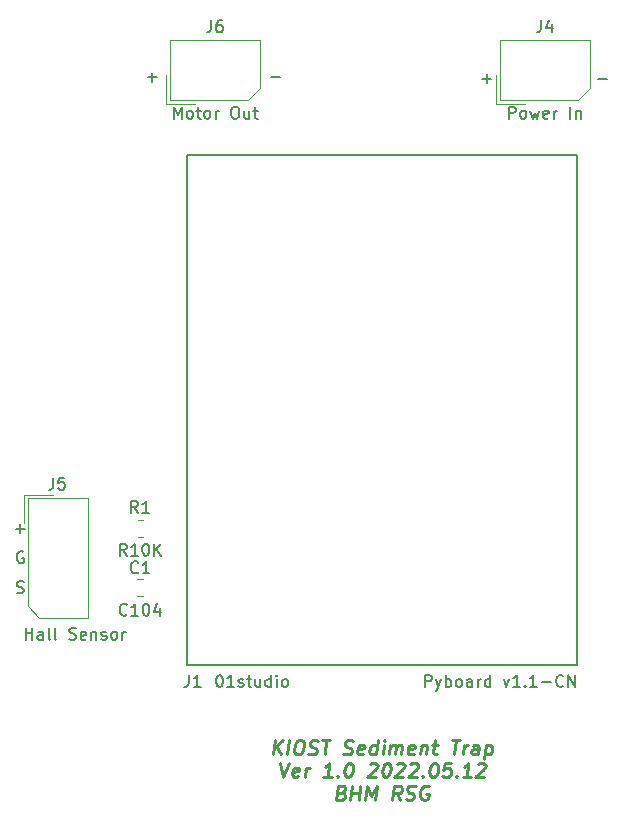
<source format=gbr>
%TF.GenerationSoftware,KiCad,Pcbnew,(6.0.4)*%
%TF.CreationDate,2022-05-12T17:17:44+09:00*%
%TF.ProjectId,0506,30353036-2e6b-4696-9361-645f70636258,rev?*%
%TF.SameCoordinates,Original*%
%TF.FileFunction,Legend,Top*%
%TF.FilePolarity,Positive*%
%FSLAX46Y46*%
G04 Gerber Fmt 4.6, Leading zero omitted, Abs format (unit mm)*
G04 Created by KiCad (PCBNEW (6.0.4)) date 2022-05-12 17:17:44*
%MOMM*%
%LPD*%
G01*
G04 APERTURE LIST*
%ADD10C,0.150000*%
%ADD11C,0.250000*%
%ADD12C,0.120000*%
G04 APERTURE END LIST*
D10*
X119094285Y-99464761D02*
X119237142Y-99512380D01*
X119475238Y-99512380D01*
X119570476Y-99464761D01*
X119618095Y-99417142D01*
X119665714Y-99321904D01*
X119665714Y-99226666D01*
X119618095Y-99131428D01*
X119570476Y-99083809D01*
X119475238Y-99036190D01*
X119284761Y-98988571D01*
X119189523Y-98940952D01*
X119141904Y-98893333D01*
X119094285Y-98798095D01*
X119094285Y-98702857D01*
X119141904Y-98607619D01*
X119189523Y-98560000D01*
X119284761Y-98512380D01*
X119522857Y-98512380D01*
X119665714Y-98560000D01*
X119641904Y-96020000D02*
X119546666Y-95972380D01*
X119403809Y-95972380D01*
X119260952Y-96020000D01*
X119165714Y-96115238D01*
X119118095Y-96210476D01*
X119070476Y-96400952D01*
X119070476Y-96543809D01*
X119118095Y-96734285D01*
X119165714Y-96829523D01*
X119260952Y-96924761D01*
X119403809Y-96972380D01*
X119499047Y-96972380D01*
X119641904Y-96924761D01*
X119689523Y-96877142D01*
X119689523Y-96543809D01*
X119499047Y-96543809D01*
X118999047Y-94051428D02*
X119760952Y-94051428D01*
X119380000Y-94432380D02*
X119380000Y-93670476D01*
X169036952Y-55951428D02*
X168275047Y-55951428D01*
X159257952Y-55951428D02*
X158496047Y-55951428D01*
X158877000Y-56332380D02*
X158877000Y-55570476D01*
X141350952Y-55824428D02*
X140589047Y-55824428D01*
X130936952Y-55824428D02*
X130175047Y-55824428D01*
X130556000Y-56205380D02*
X130556000Y-55443476D01*
X136190476Y-106452380D02*
X136285714Y-106452380D01*
X136380952Y-106500000D01*
X136428571Y-106547619D01*
X136476190Y-106642857D01*
X136523809Y-106833333D01*
X136523809Y-107071428D01*
X136476190Y-107261904D01*
X136428571Y-107357142D01*
X136380952Y-107404761D01*
X136285714Y-107452380D01*
X136190476Y-107452380D01*
X136095238Y-107404761D01*
X136047619Y-107357142D01*
X136000000Y-107261904D01*
X135952380Y-107071428D01*
X135952380Y-106833333D01*
X136000000Y-106642857D01*
X136047619Y-106547619D01*
X136095238Y-106500000D01*
X136190476Y-106452380D01*
X137476190Y-107452380D02*
X136904761Y-107452380D01*
X137190476Y-107452380D02*
X137190476Y-106452380D01*
X137095238Y-106595238D01*
X137000000Y-106690476D01*
X136904761Y-106738095D01*
X137857142Y-107404761D02*
X137952380Y-107452380D01*
X138142857Y-107452380D01*
X138238095Y-107404761D01*
X138285714Y-107309523D01*
X138285714Y-107261904D01*
X138238095Y-107166666D01*
X138142857Y-107119047D01*
X138000000Y-107119047D01*
X137904761Y-107071428D01*
X137857142Y-106976190D01*
X137857142Y-106928571D01*
X137904761Y-106833333D01*
X138000000Y-106785714D01*
X138142857Y-106785714D01*
X138238095Y-106833333D01*
X138571428Y-106785714D02*
X138952380Y-106785714D01*
X138714285Y-106452380D02*
X138714285Y-107309523D01*
X138761904Y-107404761D01*
X138857142Y-107452380D01*
X138952380Y-107452380D01*
X139714285Y-106785714D02*
X139714285Y-107452380D01*
X139285714Y-106785714D02*
X139285714Y-107309523D01*
X139333333Y-107404761D01*
X139428571Y-107452380D01*
X139571428Y-107452380D01*
X139666666Y-107404761D01*
X139714285Y-107357142D01*
X140619047Y-107452380D02*
X140619047Y-106452380D01*
X140619047Y-107404761D02*
X140523809Y-107452380D01*
X140333333Y-107452380D01*
X140238095Y-107404761D01*
X140190476Y-107357142D01*
X140142857Y-107261904D01*
X140142857Y-106976190D01*
X140190476Y-106880952D01*
X140238095Y-106833333D01*
X140333333Y-106785714D01*
X140523809Y-106785714D01*
X140619047Y-106833333D01*
X141095238Y-107452380D02*
X141095238Y-106785714D01*
X141095238Y-106452380D02*
X141047619Y-106500000D01*
X141095238Y-106547619D01*
X141142857Y-106500000D01*
X141095238Y-106452380D01*
X141095238Y-106547619D01*
X141714285Y-107452380D02*
X141619047Y-107404761D01*
X141571428Y-107357142D01*
X141523809Y-107261904D01*
X141523809Y-106976190D01*
X141571428Y-106880952D01*
X141619047Y-106833333D01*
X141714285Y-106785714D01*
X141857142Y-106785714D01*
X141952380Y-106833333D01*
X142000000Y-106880952D01*
X142047619Y-106976190D01*
X142047619Y-107261904D01*
X142000000Y-107357142D01*
X141952380Y-107404761D01*
X141857142Y-107452380D01*
X141714285Y-107452380D01*
D11*
X140800392Y-113164857D02*
X140950392Y-111964857D01*
X141486107Y-113164857D02*
X141057535Y-112479142D01*
X141636107Y-111964857D02*
X140864678Y-112650571D01*
X142000392Y-113164857D02*
X142150392Y-111964857D01*
X142950392Y-111964857D02*
X143178964Y-111964857D01*
X143286107Y-112022000D01*
X143386107Y-112136285D01*
X143414678Y-112364857D01*
X143364678Y-112764857D01*
X143278964Y-112993428D01*
X143150392Y-113107714D01*
X143028964Y-113164857D01*
X142800392Y-113164857D01*
X142693250Y-113107714D01*
X142593250Y-112993428D01*
X142564678Y-112764857D01*
X142614678Y-112364857D01*
X142700392Y-112136285D01*
X142828964Y-112022000D01*
X142950392Y-111964857D01*
X143778964Y-113107714D02*
X143943250Y-113164857D01*
X144228964Y-113164857D01*
X144350392Y-113107714D01*
X144414678Y-113050571D01*
X144486107Y-112936285D01*
X144500392Y-112822000D01*
X144457535Y-112707714D01*
X144407535Y-112650571D01*
X144300392Y-112593428D01*
X144078964Y-112536285D01*
X143971821Y-112479142D01*
X143921821Y-112422000D01*
X143878964Y-112307714D01*
X143893250Y-112193428D01*
X143964678Y-112079142D01*
X144028964Y-112022000D01*
X144150392Y-111964857D01*
X144436107Y-111964857D01*
X144600392Y-112022000D01*
X144950392Y-111964857D02*
X145636107Y-111964857D01*
X145143250Y-113164857D02*
X145293250Y-111964857D01*
X146750392Y-113107714D02*
X146914678Y-113164857D01*
X147200392Y-113164857D01*
X147321821Y-113107714D01*
X147386107Y-113050571D01*
X147457535Y-112936285D01*
X147471821Y-112822000D01*
X147428964Y-112707714D01*
X147378964Y-112650571D01*
X147271821Y-112593428D01*
X147050392Y-112536285D01*
X146943250Y-112479142D01*
X146893250Y-112422000D01*
X146850392Y-112307714D01*
X146864678Y-112193428D01*
X146936107Y-112079142D01*
X147000392Y-112022000D01*
X147121821Y-111964857D01*
X147407535Y-111964857D01*
X147571821Y-112022000D01*
X148407535Y-113107714D02*
X148286107Y-113164857D01*
X148057535Y-113164857D01*
X147950392Y-113107714D01*
X147907535Y-112993428D01*
X147964678Y-112536285D01*
X148036107Y-112422000D01*
X148157535Y-112364857D01*
X148386107Y-112364857D01*
X148493250Y-112422000D01*
X148536107Y-112536285D01*
X148521821Y-112650571D01*
X147936107Y-112764857D01*
X149486107Y-113164857D02*
X149636107Y-111964857D01*
X149493250Y-113107714D02*
X149371821Y-113164857D01*
X149143250Y-113164857D01*
X149036107Y-113107714D01*
X148986107Y-113050571D01*
X148943250Y-112936285D01*
X148986107Y-112593428D01*
X149057535Y-112479142D01*
X149121821Y-112422000D01*
X149243250Y-112364857D01*
X149471821Y-112364857D01*
X149578964Y-112422000D01*
X150057535Y-113164857D02*
X150157535Y-112364857D01*
X150207535Y-111964857D02*
X150143250Y-112022000D01*
X150193250Y-112079142D01*
X150257535Y-112022000D01*
X150207535Y-111964857D01*
X150193250Y-112079142D01*
X150628964Y-113164857D02*
X150728964Y-112364857D01*
X150714678Y-112479142D02*
X150778964Y-112422000D01*
X150900392Y-112364857D01*
X151071821Y-112364857D01*
X151178964Y-112422000D01*
X151221821Y-112536285D01*
X151143250Y-113164857D01*
X151221821Y-112536285D02*
X151293250Y-112422000D01*
X151414678Y-112364857D01*
X151586107Y-112364857D01*
X151693250Y-112422000D01*
X151736107Y-112536285D01*
X151657535Y-113164857D01*
X152693250Y-113107714D02*
X152571821Y-113164857D01*
X152343250Y-113164857D01*
X152236107Y-113107714D01*
X152193250Y-112993428D01*
X152250392Y-112536285D01*
X152321821Y-112422000D01*
X152443250Y-112364857D01*
X152671821Y-112364857D01*
X152778964Y-112422000D01*
X152821821Y-112536285D01*
X152807535Y-112650571D01*
X152221821Y-112764857D01*
X153357535Y-112364857D02*
X153257535Y-113164857D01*
X153343250Y-112479142D02*
X153407535Y-112422000D01*
X153528964Y-112364857D01*
X153700392Y-112364857D01*
X153807535Y-112422000D01*
X153850392Y-112536285D01*
X153771821Y-113164857D01*
X154271821Y-112364857D02*
X154728964Y-112364857D01*
X154493250Y-111964857D02*
X154364678Y-112993428D01*
X154407535Y-113107714D01*
X154514678Y-113164857D01*
X154628964Y-113164857D01*
X155921821Y-111964857D02*
X156607535Y-111964857D01*
X156114678Y-113164857D02*
X156264678Y-111964857D01*
X156857535Y-113164857D02*
X156957535Y-112364857D01*
X156928964Y-112593428D02*
X157000392Y-112479142D01*
X157064678Y-112422000D01*
X157186107Y-112364857D01*
X157300392Y-112364857D01*
X158114678Y-113164857D02*
X158193250Y-112536285D01*
X158150392Y-112422000D01*
X158043250Y-112364857D01*
X157814678Y-112364857D01*
X157693250Y-112422000D01*
X158121821Y-113107714D02*
X158000392Y-113164857D01*
X157714678Y-113164857D01*
X157607535Y-113107714D01*
X157564678Y-112993428D01*
X157578964Y-112879142D01*
X157650392Y-112764857D01*
X157771821Y-112707714D01*
X158057535Y-112707714D01*
X158178964Y-112650571D01*
X158786107Y-112364857D02*
X158636107Y-113564857D01*
X158778964Y-112422000D02*
X158900392Y-112364857D01*
X159128964Y-112364857D01*
X159236107Y-112422000D01*
X159286107Y-112479142D01*
X159328964Y-112593428D01*
X159286107Y-112936285D01*
X159214678Y-113050571D01*
X159150392Y-113107714D01*
X159028964Y-113164857D01*
X158800392Y-113164857D01*
X158693250Y-113107714D01*
X141378964Y-113896857D02*
X141628964Y-115096857D01*
X142178964Y-113896857D01*
X142893250Y-115039714D02*
X142771821Y-115096857D01*
X142543250Y-115096857D01*
X142436107Y-115039714D01*
X142393250Y-114925428D01*
X142450392Y-114468285D01*
X142521821Y-114354000D01*
X142643250Y-114296857D01*
X142871821Y-114296857D01*
X142978964Y-114354000D01*
X143021821Y-114468285D01*
X143007535Y-114582571D01*
X142421821Y-114696857D01*
X143457535Y-115096857D02*
X143557535Y-114296857D01*
X143528964Y-114525428D02*
X143600392Y-114411142D01*
X143664678Y-114354000D01*
X143786107Y-114296857D01*
X143900392Y-114296857D01*
X145743250Y-115096857D02*
X145057535Y-115096857D01*
X145400392Y-115096857D02*
X145550392Y-113896857D01*
X145414678Y-114068285D01*
X145286107Y-114182571D01*
X145164678Y-114239714D01*
X146271821Y-114982571D02*
X146321821Y-115039714D01*
X146257535Y-115096857D01*
X146207535Y-115039714D01*
X146271821Y-114982571D01*
X146257535Y-115096857D01*
X147207535Y-113896857D02*
X147321821Y-113896857D01*
X147428964Y-113954000D01*
X147478964Y-114011142D01*
X147521821Y-114125428D01*
X147550392Y-114354000D01*
X147514678Y-114639714D01*
X147428964Y-114868285D01*
X147357535Y-114982571D01*
X147293250Y-115039714D01*
X147171821Y-115096857D01*
X147057535Y-115096857D01*
X146950392Y-115039714D01*
X146900392Y-114982571D01*
X146857535Y-114868285D01*
X146828964Y-114639714D01*
X146864678Y-114354000D01*
X146950392Y-114125428D01*
X147021821Y-114011142D01*
X147086107Y-113954000D01*
X147207535Y-113896857D01*
X148964678Y-114011142D02*
X149028964Y-113954000D01*
X149150392Y-113896857D01*
X149436107Y-113896857D01*
X149543250Y-113954000D01*
X149593250Y-114011142D01*
X149636107Y-114125428D01*
X149621821Y-114239714D01*
X149543250Y-114411142D01*
X148771821Y-115096857D01*
X149514678Y-115096857D01*
X150407535Y-113896857D02*
X150521821Y-113896857D01*
X150628964Y-113954000D01*
X150678964Y-114011142D01*
X150721821Y-114125428D01*
X150750392Y-114354000D01*
X150714678Y-114639714D01*
X150628964Y-114868285D01*
X150557535Y-114982571D01*
X150493250Y-115039714D01*
X150371821Y-115096857D01*
X150257535Y-115096857D01*
X150150392Y-115039714D01*
X150100392Y-114982571D01*
X150057535Y-114868285D01*
X150028964Y-114639714D01*
X150064678Y-114354000D01*
X150150392Y-114125428D01*
X150221821Y-114011142D01*
X150286107Y-113954000D01*
X150407535Y-113896857D01*
X151250392Y-114011142D02*
X151314678Y-113954000D01*
X151436107Y-113896857D01*
X151721821Y-113896857D01*
X151828964Y-113954000D01*
X151878964Y-114011142D01*
X151921821Y-114125428D01*
X151907535Y-114239714D01*
X151828964Y-114411142D01*
X151057535Y-115096857D01*
X151800392Y-115096857D01*
X152393250Y-114011142D02*
X152457535Y-113954000D01*
X152578964Y-113896857D01*
X152864678Y-113896857D01*
X152971821Y-113954000D01*
X153021821Y-114011142D01*
X153064678Y-114125428D01*
X153050392Y-114239714D01*
X152971821Y-114411142D01*
X152200392Y-115096857D01*
X152943250Y-115096857D01*
X153471821Y-114982571D02*
X153521821Y-115039714D01*
X153457535Y-115096857D01*
X153407535Y-115039714D01*
X153471821Y-114982571D01*
X153457535Y-115096857D01*
X154407535Y-113896857D02*
X154521821Y-113896857D01*
X154628964Y-113954000D01*
X154678964Y-114011142D01*
X154721821Y-114125428D01*
X154750392Y-114354000D01*
X154714678Y-114639714D01*
X154628964Y-114868285D01*
X154557535Y-114982571D01*
X154493250Y-115039714D01*
X154371821Y-115096857D01*
X154257535Y-115096857D01*
X154150392Y-115039714D01*
X154100392Y-114982571D01*
X154057535Y-114868285D01*
X154028964Y-114639714D01*
X154064678Y-114354000D01*
X154150392Y-114125428D01*
X154221821Y-114011142D01*
X154286107Y-113954000D01*
X154407535Y-113896857D01*
X155893249Y-113896857D02*
X155321821Y-113896857D01*
X155193249Y-114468285D01*
X155257535Y-114411142D01*
X155378964Y-114354000D01*
X155664678Y-114354000D01*
X155771821Y-114411142D01*
X155821821Y-114468285D01*
X155864678Y-114582571D01*
X155828964Y-114868285D01*
X155757535Y-114982571D01*
X155693249Y-115039714D01*
X155571821Y-115096857D01*
X155286107Y-115096857D01*
X155178964Y-115039714D01*
X155128964Y-114982571D01*
X156328964Y-114982571D02*
X156378964Y-115039714D01*
X156314678Y-115096857D01*
X156264678Y-115039714D01*
X156328964Y-114982571D01*
X156314678Y-115096857D01*
X157514678Y-115096857D02*
X156828964Y-115096857D01*
X157171821Y-115096857D02*
X157321821Y-113896857D01*
X157186107Y-114068285D01*
X157057535Y-114182571D01*
X156936107Y-114239714D01*
X158107535Y-114011142D02*
X158171821Y-113954000D01*
X158293249Y-113896857D01*
X158578964Y-113896857D01*
X158686107Y-113954000D01*
X158736107Y-114011142D01*
X158778964Y-114125428D01*
X158764678Y-114239714D01*
X158686107Y-114411142D01*
X157914678Y-115096857D01*
X158657535Y-115096857D01*
X146621821Y-116400285D02*
X146786107Y-116457428D01*
X146836107Y-116514571D01*
X146878964Y-116628857D01*
X146857535Y-116800285D01*
X146786107Y-116914571D01*
X146721821Y-116971714D01*
X146600392Y-117028857D01*
X146143250Y-117028857D01*
X146293250Y-115828857D01*
X146693250Y-115828857D01*
X146800392Y-115886000D01*
X146850392Y-115943142D01*
X146893250Y-116057428D01*
X146878964Y-116171714D01*
X146807535Y-116286000D01*
X146743250Y-116343142D01*
X146621821Y-116400285D01*
X146221821Y-116400285D01*
X147343250Y-117028857D02*
X147493250Y-115828857D01*
X147421821Y-116400285D02*
X148107535Y-116400285D01*
X148028964Y-117028857D02*
X148178964Y-115828857D01*
X148600392Y-117028857D02*
X148750392Y-115828857D01*
X149043250Y-116686000D01*
X149550392Y-115828857D01*
X149400392Y-117028857D01*
X151571821Y-117028857D02*
X151243250Y-116457428D01*
X150886107Y-117028857D02*
X151036107Y-115828857D01*
X151493250Y-115828857D01*
X151600392Y-115886000D01*
X151650392Y-115943142D01*
X151693250Y-116057428D01*
X151671821Y-116228857D01*
X151600392Y-116343142D01*
X151536107Y-116400285D01*
X151414678Y-116457428D01*
X150957535Y-116457428D01*
X152036107Y-116971714D02*
X152200392Y-117028857D01*
X152486107Y-117028857D01*
X152607535Y-116971714D01*
X152671821Y-116914571D01*
X152743250Y-116800285D01*
X152757535Y-116686000D01*
X152714678Y-116571714D01*
X152664678Y-116514571D01*
X152557535Y-116457428D01*
X152336107Y-116400285D01*
X152228964Y-116343142D01*
X152178964Y-116286000D01*
X152136107Y-116171714D01*
X152150392Y-116057428D01*
X152221821Y-115943142D01*
X152286107Y-115886000D01*
X152407535Y-115828857D01*
X152693250Y-115828857D01*
X152857535Y-115886000D01*
X154000392Y-115886000D02*
X153893250Y-115828857D01*
X153721821Y-115828857D01*
X153543250Y-115886000D01*
X153414678Y-116000285D01*
X153343250Y-116114571D01*
X153257535Y-116343142D01*
X153236107Y-116514571D01*
X153264678Y-116743142D01*
X153307535Y-116857428D01*
X153407535Y-116971714D01*
X153571821Y-117028857D01*
X153686107Y-117028857D01*
X153864678Y-116971714D01*
X153928964Y-116914571D01*
X153978964Y-116514571D01*
X153750392Y-116514571D01*
D10*
%TO.C,J1*%
X133666666Y-106452380D02*
X133666666Y-107166666D01*
X133619047Y-107309523D01*
X133523809Y-107404761D01*
X133380952Y-107452380D01*
X133285714Y-107452380D01*
X134666666Y-107452380D02*
X134095238Y-107452380D01*
X134380952Y-107452380D02*
X134380952Y-106452380D01*
X134285714Y-106595238D01*
X134190476Y-106690476D01*
X134095238Y-106738095D01*
X153642857Y-107452380D02*
X153642857Y-106452380D01*
X154023809Y-106452380D01*
X154119047Y-106500000D01*
X154166666Y-106547619D01*
X154214285Y-106642857D01*
X154214285Y-106785714D01*
X154166666Y-106880952D01*
X154119047Y-106928571D01*
X154023809Y-106976190D01*
X153642857Y-106976190D01*
X154547619Y-106785714D02*
X154785714Y-107452380D01*
X155023809Y-106785714D02*
X154785714Y-107452380D01*
X154690476Y-107690476D01*
X154642857Y-107738095D01*
X154547619Y-107785714D01*
X155404761Y-107452380D02*
X155404761Y-106452380D01*
X155404761Y-106833333D02*
X155500000Y-106785714D01*
X155690476Y-106785714D01*
X155785714Y-106833333D01*
X155833333Y-106880952D01*
X155880952Y-106976190D01*
X155880952Y-107261904D01*
X155833333Y-107357142D01*
X155785714Y-107404761D01*
X155690476Y-107452380D01*
X155500000Y-107452380D01*
X155404761Y-107404761D01*
X156452380Y-107452380D02*
X156357142Y-107404761D01*
X156309523Y-107357142D01*
X156261904Y-107261904D01*
X156261904Y-106976190D01*
X156309523Y-106880952D01*
X156357142Y-106833333D01*
X156452380Y-106785714D01*
X156595238Y-106785714D01*
X156690476Y-106833333D01*
X156738095Y-106880952D01*
X156785714Y-106976190D01*
X156785714Y-107261904D01*
X156738095Y-107357142D01*
X156690476Y-107404761D01*
X156595238Y-107452380D01*
X156452380Y-107452380D01*
X157642857Y-107452380D02*
X157642857Y-106928571D01*
X157595238Y-106833333D01*
X157500000Y-106785714D01*
X157309523Y-106785714D01*
X157214285Y-106833333D01*
X157642857Y-107404761D02*
X157547619Y-107452380D01*
X157309523Y-107452380D01*
X157214285Y-107404761D01*
X157166666Y-107309523D01*
X157166666Y-107214285D01*
X157214285Y-107119047D01*
X157309523Y-107071428D01*
X157547619Y-107071428D01*
X157642857Y-107023809D01*
X158119047Y-107452380D02*
X158119047Y-106785714D01*
X158119047Y-106976190D02*
X158166666Y-106880952D01*
X158214285Y-106833333D01*
X158309523Y-106785714D01*
X158404761Y-106785714D01*
X159166666Y-107452380D02*
X159166666Y-106452380D01*
X159166666Y-107404761D02*
X159071428Y-107452380D01*
X158880952Y-107452380D01*
X158785714Y-107404761D01*
X158738095Y-107357142D01*
X158690476Y-107261904D01*
X158690476Y-106976190D01*
X158738095Y-106880952D01*
X158785714Y-106833333D01*
X158880952Y-106785714D01*
X159071428Y-106785714D01*
X159166666Y-106833333D01*
X160309523Y-106785714D02*
X160547619Y-107452380D01*
X160785714Y-106785714D01*
X161690476Y-107452380D02*
X161119047Y-107452380D01*
X161404761Y-107452380D02*
X161404761Y-106452380D01*
X161309523Y-106595238D01*
X161214285Y-106690476D01*
X161119047Y-106738095D01*
X162119047Y-107357142D02*
X162166666Y-107404761D01*
X162119047Y-107452380D01*
X162071428Y-107404761D01*
X162119047Y-107357142D01*
X162119047Y-107452380D01*
X163119047Y-107452380D02*
X162547619Y-107452380D01*
X162833333Y-107452380D02*
X162833333Y-106452380D01*
X162738095Y-106595238D01*
X162642857Y-106690476D01*
X162547619Y-106738095D01*
X163547619Y-107071428D02*
X164309523Y-107071428D01*
X165357142Y-107357142D02*
X165309523Y-107404761D01*
X165166666Y-107452380D01*
X165071428Y-107452380D01*
X164928571Y-107404761D01*
X164833333Y-107309523D01*
X164785714Y-107214285D01*
X164738095Y-107023809D01*
X164738095Y-106880952D01*
X164785714Y-106690476D01*
X164833333Y-106595238D01*
X164928571Y-106500000D01*
X165071428Y-106452380D01*
X165166666Y-106452380D01*
X165309523Y-106500000D01*
X165357142Y-106547619D01*
X165785714Y-107452380D02*
X165785714Y-106452380D01*
X166357142Y-107452380D01*
X166357142Y-106452380D01*
%TO.C,J6*%
X135536666Y-51032380D02*
X135536666Y-51746666D01*
X135489047Y-51889523D01*
X135393809Y-51984761D01*
X135250952Y-52032380D01*
X135155714Y-52032380D01*
X136441428Y-51032380D02*
X136250952Y-51032380D01*
X136155714Y-51080000D01*
X136108095Y-51127619D01*
X136012857Y-51270476D01*
X135965238Y-51460952D01*
X135965238Y-51841904D01*
X136012857Y-51937142D01*
X136060476Y-51984761D01*
X136155714Y-52032380D01*
X136346190Y-52032380D01*
X136441428Y-51984761D01*
X136489047Y-51937142D01*
X136536666Y-51841904D01*
X136536666Y-51603809D01*
X136489047Y-51508571D01*
X136441428Y-51460952D01*
X136346190Y-51413333D01*
X136155714Y-51413333D01*
X136060476Y-51460952D01*
X136012857Y-51508571D01*
X135965238Y-51603809D01*
X132393809Y-59332380D02*
X132393809Y-58332380D01*
X132727142Y-59046666D01*
X133060476Y-58332380D01*
X133060476Y-59332380D01*
X133679523Y-59332380D02*
X133584285Y-59284761D01*
X133536666Y-59237142D01*
X133489047Y-59141904D01*
X133489047Y-58856190D01*
X133536666Y-58760952D01*
X133584285Y-58713333D01*
X133679523Y-58665714D01*
X133822380Y-58665714D01*
X133917619Y-58713333D01*
X133965238Y-58760952D01*
X134012857Y-58856190D01*
X134012857Y-59141904D01*
X133965238Y-59237142D01*
X133917619Y-59284761D01*
X133822380Y-59332380D01*
X133679523Y-59332380D01*
X134298571Y-58665714D02*
X134679523Y-58665714D01*
X134441428Y-58332380D02*
X134441428Y-59189523D01*
X134489047Y-59284761D01*
X134584285Y-59332380D01*
X134679523Y-59332380D01*
X135155714Y-59332380D02*
X135060476Y-59284761D01*
X135012857Y-59237142D01*
X134965238Y-59141904D01*
X134965238Y-58856190D01*
X135012857Y-58760952D01*
X135060476Y-58713333D01*
X135155714Y-58665714D01*
X135298571Y-58665714D01*
X135393809Y-58713333D01*
X135441428Y-58760952D01*
X135489047Y-58856190D01*
X135489047Y-59141904D01*
X135441428Y-59237142D01*
X135393809Y-59284761D01*
X135298571Y-59332380D01*
X135155714Y-59332380D01*
X135917619Y-59332380D02*
X135917619Y-58665714D01*
X135917619Y-58856190D02*
X135965238Y-58760952D01*
X136012857Y-58713333D01*
X136108095Y-58665714D01*
X136203333Y-58665714D01*
X137489047Y-58332380D02*
X137679523Y-58332380D01*
X137774761Y-58380000D01*
X137870000Y-58475238D01*
X137917619Y-58665714D01*
X137917619Y-58999047D01*
X137870000Y-59189523D01*
X137774761Y-59284761D01*
X137679523Y-59332380D01*
X137489047Y-59332380D01*
X137393809Y-59284761D01*
X137298571Y-59189523D01*
X137250952Y-58999047D01*
X137250952Y-58665714D01*
X137298571Y-58475238D01*
X137393809Y-58380000D01*
X137489047Y-58332380D01*
X138774761Y-58665714D02*
X138774761Y-59332380D01*
X138346190Y-58665714D02*
X138346190Y-59189523D01*
X138393809Y-59284761D01*
X138489047Y-59332380D01*
X138631904Y-59332380D01*
X138727142Y-59284761D01*
X138774761Y-59237142D01*
X139108095Y-58665714D02*
X139489047Y-58665714D01*
X139250952Y-58332380D02*
X139250952Y-59189523D01*
X139298571Y-59284761D01*
X139393809Y-59332380D01*
X139489047Y-59332380D01*
%TO.C,R1*%
X129333333Y-92702380D02*
X129000000Y-92226190D01*
X128761904Y-92702380D02*
X128761904Y-91702380D01*
X129142857Y-91702380D01*
X129238095Y-91750000D01*
X129285714Y-91797619D01*
X129333333Y-91892857D01*
X129333333Y-92035714D01*
X129285714Y-92130952D01*
X129238095Y-92178571D01*
X129142857Y-92226190D01*
X128761904Y-92226190D01*
X130285714Y-92702380D02*
X129714285Y-92702380D01*
X130000000Y-92702380D02*
X130000000Y-91702380D01*
X129904761Y-91845238D01*
X129809523Y-91940476D01*
X129714285Y-91988095D01*
X128397142Y-96337380D02*
X128063809Y-95861190D01*
X127825714Y-96337380D02*
X127825714Y-95337380D01*
X128206666Y-95337380D01*
X128301904Y-95385000D01*
X128349523Y-95432619D01*
X128397142Y-95527857D01*
X128397142Y-95670714D01*
X128349523Y-95765952D01*
X128301904Y-95813571D01*
X128206666Y-95861190D01*
X127825714Y-95861190D01*
X129349523Y-96337380D02*
X128778095Y-96337380D01*
X129063809Y-96337380D02*
X129063809Y-95337380D01*
X128968571Y-95480238D01*
X128873333Y-95575476D01*
X128778095Y-95623095D01*
X129968571Y-95337380D02*
X130063809Y-95337380D01*
X130159047Y-95385000D01*
X130206666Y-95432619D01*
X130254285Y-95527857D01*
X130301904Y-95718333D01*
X130301904Y-95956428D01*
X130254285Y-96146904D01*
X130206666Y-96242142D01*
X130159047Y-96289761D01*
X130063809Y-96337380D01*
X129968571Y-96337380D01*
X129873333Y-96289761D01*
X129825714Y-96242142D01*
X129778095Y-96146904D01*
X129730476Y-95956428D01*
X129730476Y-95718333D01*
X129778095Y-95527857D01*
X129825714Y-95432619D01*
X129873333Y-95385000D01*
X129968571Y-95337380D01*
X130730476Y-96337380D02*
X130730476Y-95337380D01*
X131301904Y-96337380D02*
X130873333Y-95765952D01*
X131301904Y-95337380D02*
X130730476Y-95908809D01*
%TO.C,J5*%
X122166666Y-89749380D02*
X122166666Y-90463666D01*
X122119047Y-90606523D01*
X122023809Y-90701761D01*
X121880952Y-90749380D01*
X121785714Y-90749380D01*
X123119047Y-89749380D02*
X122642857Y-89749380D01*
X122595238Y-90225571D01*
X122642857Y-90177952D01*
X122738095Y-90130333D01*
X122976190Y-90130333D01*
X123071428Y-90177952D01*
X123119047Y-90225571D01*
X123166666Y-90320809D01*
X123166666Y-90558904D01*
X123119047Y-90654142D01*
X123071428Y-90701761D01*
X122976190Y-90749380D01*
X122738095Y-90749380D01*
X122642857Y-90701761D01*
X122595238Y-90654142D01*
X119833333Y-103452380D02*
X119833333Y-102452380D01*
X119833333Y-102928571D02*
X120404761Y-102928571D01*
X120404761Y-103452380D02*
X120404761Y-102452380D01*
X121309523Y-103452380D02*
X121309523Y-102928571D01*
X121261904Y-102833333D01*
X121166666Y-102785714D01*
X120976190Y-102785714D01*
X120880952Y-102833333D01*
X121309523Y-103404761D02*
X121214285Y-103452380D01*
X120976190Y-103452380D01*
X120880952Y-103404761D01*
X120833333Y-103309523D01*
X120833333Y-103214285D01*
X120880952Y-103119047D01*
X120976190Y-103071428D01*
X121214285Y-103071428D01*
X121309523Y-103023809D01*
X121928571Y-103452380D02*
X121833333Y-103404761D01*
X121785714Y-103309523D01*
X121785714Y-102452380D01*
X122452380Y-103452380D02*
X122357142Y-103404761D01*
X122309523Y-103309523D01*
X122309523Y-102452380D01*
X123547619Y-103404761D02*
X123690476Y-103452380D01*
X123928571Y-103452380D01*
X124023809Y-103404761D01*
X124071428Y-103357142D01*
X124119047Y-103261904D01*
X124119047Y-103166666D01*
X124071428Y-103071428D01*
X124023809Y-103023809D01*
X123928571Y-102976190D01*
X123738095Y-102928571D01*
X123642857Y-102880952D01*
X123595238Y-102833333D01*
X123547619Y-102738095D01*
X123547619Y-102642857D01*
X123595238Y-102547619D01*
X123642857Y-102500000D01*
X123738095Y-102452380D01*
X123976190Y-102452380D01*
X124119047Y-102500000D01*
X124928571Y-103404761D02*
X124833333Y-103452380D01*
X124642857Y-103452380D01*
X124547619Y-103404761D01*
X124500000Y-103309523D01*
X124500000Y-102928571D01*
X124547619Y-102833333D01*
X124642857Y-102785714D01*
X124833333Y-102785714D01*
X124928571Y-102833333D01*
X124976190Y-102928571D01*
X124976190Y-103023809D01*
X124500000Y-103119047D01*
X125404761Y-102785714D02*
X125404761Y-103452380D01*
X125404761Y-102880952D02*
X125452380Y-102833333D01*
X125547619Y-102785714D01*
X125690476Y-102785714D01*
X125785714Y-102833333D01*
X125833333Y-102928571D01*
X125833333Y-103452380D01*
X126261904Y-103404761D02*
X126357142Y-103452380D01*
X126547619Y-103452380D01*
X126642857Y-103404761D01*
X126690476Y-103309523D01*
X126690476Y-103261904D01*
X126642857Y-103166666D01*
X126547619Y-103119047D01*
X126404761Y-103119047D01*
X126309523Y-103071428D01*
X126261904Y-102976190D01*
X126261904Y-102928571D01*
X126309523Y-102833333D01*
X126404761Y-102785714D01*
X126547619Y-102785714D01*
X126642857Y-102833333D01*
X127261904Y-103452380D02*
X127166666Y-103404761D01*
X127119047Y-103357142D01*
X127071428Y-103261904D01*
X127071428Y-102976190D01*
X127119047Y-102880952D01*
X127166666Y-102833333D01*
X127261904Y-102785714D01*
X127404761Y-102785714D01*
X127500000Y-102833333D01*
X127547619Y-102880952D01*
X127595238Y-102976190D01*
X127595238Y-103261904D01*
X127547619Y-103357142D01*
X127500000Y-103404761D01*
X127404761Y-103452380D01*
X127261904Y-103452380D01*
X128023809Y-103452380D02*
X128023809Y-102785714D01*
X128023809Y-102976190D02*
X128071428Y-102880952D01*
X128119047Y-102833333D01*
X128214285Y-102785714D01*
X128309523Y-102785714D01*
%TO.C,C1*%
X129373333Y-97737142D02*
X129325714Y-97784761D01*
X129182857Y-97832380D01*
X129087619Y-97832380D01*
X128944761Y-97784761D01*
X128849523Y-97689523D01*
X128801904Y-97594285D01*
X128754285Y-97403809D01*
X128754285Y-97260952D01*
X128801904Y-97070476D01*
X128849523Y-96975238D01*
X128944761Y-96880000D01*
X129087619Y-96832380D01*
X129182857Y-96832380D01*
X129325714Y-96880000D01*
X129373333Y-96927619D01*
X130325714Y-97832380D02*
X129754285Y-97832380D01*
X130040000Y-97832380D02*
X130040000Y-96832380D01*
X129944761Y-96975238D01*
X129849523Y-97070476D01*
X129754285Y-97118095D01*
X128420952Y-101322142D02*
X128373333Y-101369761D01*
X128230476Y-101417380D01*
X128135238Y-101417380D01*
X127992380Y-101369761D01*
X127897142Y-101274523D01*
X127849523Y-101179285D01*
X127801904Y-100988809D01*
X127801904Y-100845952D01*
X127849523Y-100655476D01*
X127897142Y-100560238D01*
X127992380Y-100465000D01*
X128135238Y-100417380D01*
X128230476Y-100417380D01*
X128373333Y-100465000D01*
X128420952Y-100512619D01*
X129373333Y-101417380D02*
X128801904Y-101417380D01*
X129087619Y-101417380D02*
X129087619Y-100417380D01*
X128992380Y-100560238D01*
X128897142Y-100655476D01*
X128801904Y-100703095D01*
X129992380Y-100417380D02*
X130087619Y-100417380D01*
X130182857Y-100465000D01*
X130230476Y-100512619D01*
X130278095Y-100607857D01*
X130325714Y-100798333D01*
X130325714Y-101036428D01*
X130278095Y-101226904D01*
X130230476Y-101322142D01*
X130182857Y-101369761D01*
X130087619Y-101417380D01*
X129992380Y-101417380D01*
X129897142Y-101369761D01*
X129849523Y-101322142D01*
X129801904Y-101226904D01*
X129754285Y-101036428D01*
X129754285Y-100798333D01*
X129801904Y-100607857D01*
X129849523Y-100512619D01*
X129897142Y-100465000D01*
X129992380Y-100417380D01*
X131182857Y-100750714D02*
X131182857Y-101417380D01*
X130944761Y-100369761D02*
X130706666Y-101084047D01*
X131325714Y-101084047D01*
%TO.C,J4*%
X163476666Y-51032380D02*
X163476666Y-51746666D01*
X163429047Y-51889523D01*
X163333809Y-51984761D01*
X163190952Y-52032380D01*
X163095714Y-52032380D01*
X164381428Y-51365714D02*
X164381428Y-52032380D01*
X164143333Y-50984761D02*
X163905238Y-51699047D01*
X164524285Y-51699047D01*
X160762380Y-59332380D02*
X160762380Y-58332380D01*
X161143333Y-58332380D01*
X161238571Y-58380000D01*
X161286190Y-58427619D01*
X161333809Y-58522857D01*
X161333809Y-58665714D01*
X161286190Y-58760952D01*
X161238571Y-58808571D01*
X161143333Y-58856190D01*
X160762380Y-58856190D01*
X161905238Y-59332380D02*
X161810000Y-59284761D01*
X161762380Y-59237142D01*
X161714761Y-59141904D01*
X161714761Y-58856190D01*
X161762380Y-58760952D01*
X161810000Y-58713333D01*
X161905238Y-58665714D01*
X162048095Y-58665714D01*
X162143333Y-58713333D01*
X162190952Y-58760952D01*
X162238571Y-58856190D01*
X162238571Y-59141904D01*
X162190952Y-59237142D01*
X162143333Y-59284761D01*
X162048095Y-59332380D01*
X161905238Y-59332380D01*
X162571904Y-58665714D02*
X162762380Y-59332380D01*
X162952857Y-58856190D01*
X163143333Y-59332380D01*
X163333809Y-58665714D01*
X164095714Y-59284761D02*
X164000476Y-59332380D01*
X163810000Y-59332380D01*
X163714761Y-59284761D01*
X163667142Y-59189523D01*
X163667142Y-58808571D01*
X163714761Y-58713333D01*
X163810000Y-58665714D01*
X164000476Y-58665714D01*
X164095714Y-58713333D01*
X164143333Y-58808571D01*
X164143333Y-58903809D01*
X163667142Y-58999047D01*
X164571904Y-59332380D02*
X164571904Y-58665714D01*
X164571904Y-58856190D02*
X164619523Y-58760952D01*
X164667142Y-58713333D01*
X164762380Y-58665714D01*
X164857619Y-58665714D01*
X165952857Y-59332380D02*
X165952857Y-58332380D01*
X166429047Y-58665714D02*
X166429047Y-59332380D01*
X166429047Y-58760952D02*
X166476666Y-58713333D01*
X166571904Y-58665714D01*
X166714761Y-58665714D01*
X166810000Y-58713333D01*
X166857619Y-58808571D01*
X166857619Y-59332380D01*
%TO.C,J1*%
X133490000Y-62410000D02*
X166510000Y-62410000D01*
X166510000Y-62410000D02*
X166510000Y-105590000D01*
X133490000Y-105590000D02*
X133490000Y-62410000D01*
X166510000Y-105590000D02*
X133490000Y-105590000D01*
D12*
%TO.C,J6*%
X131760000Y-58090000D02*
X134170000Y-58090000D01*
X132060000Y-52670000D02*
X132060000Y-57790000D01*
X138680000Y-57790000D02*
X139680000Y-56790000D01*
X132060000Y-57790000D02*
X138680000Y-57790000D01*
X139680000Y-56790000D02*
X139680000Y-52670000D01*
X139680000Y-52670000D02*
X132060000Y-52670000D01*
X131760000Y-55680000D02*
X131760000Y-58090000D01*
%TO.C,R1*%
X129767064Y-94795000D02*
X129312936Y-94795000D01*
X129767064Y-93325000D02*
X129312936Y-93325000D01*
%TO.C,J5*%
X121010000Y-101620000D02*
X125130000Y-101620000D01*
X122120000Y-91200000D02*
X119710000Y-91200000D01*
X125130000Y-101620000D02*
X125130000Y-91500000D01*
X119710000Y-91200000D02*
X119710000Y-93610000D01*
X125130000Y-91500000D02*
X120010000Y-91500000D01*
X120010000Y-91500000D02*
X120010000Y-100620000D01*
X120010000Y-100620000D02*
X121010000Y-101620000D01*
%TO.C,C1*%
X129278748Y-98325000D02*
X129801252Y-98325000D01*
X129278748Y-99795000D02*
X129801252Y-99795000D01*
%TO.C,J4*%
X159700000Y-58090000D02*
X162110000Y-58090000D01*
X167620000Y-56790000D02*
X167620000Y-52670000D01*
X160000000Y-52670000D02*
X160000000Y-57790000D01*
X167620000Y-52670000D02*
X160000000Y-52670000D01*
X159700000Y-55680000D02*
X159700000Y-58090000D01*
X160000000Y-57790000D02*
X166620000Y-57790000D01*
X166620000Y-57790000D02*
X167620000Y-56790000D01*
%TD*%
M02*

</source>
